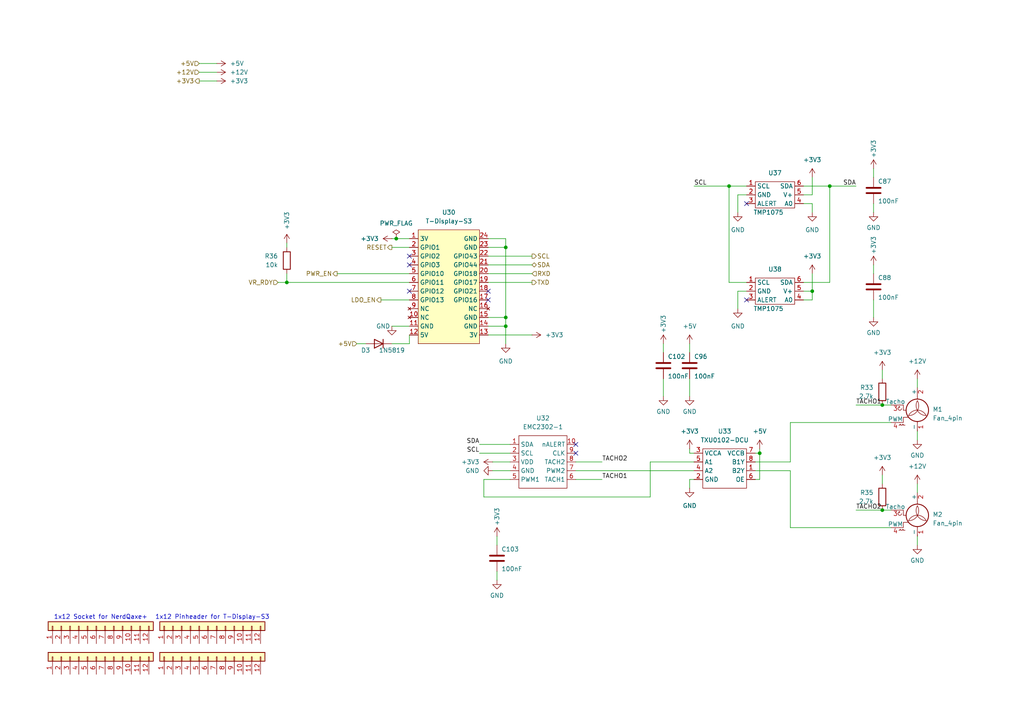
<source format=kicad_sch>
(kicad_sch (version 20250114) (generator "eeschema") (generator_version "9.0")
  (paper "A4")
  (lib_symbols
    (symbol "+3V3_1" (power) (pin_numbers (hide yes)) (pin_names (offset 0) (hide yes))
      (property "Value" "+3V3" (at 0 3.556 0))
      (symbol "+3V3_1_0_1"
        (polyline (pts (xy -0.762 1.27) (xy 0 2.54)))
        (polyline (pts (xy 0 2.54) (xy 0.762 1.27)))
        (polyline (pts (xy 0 0) (xy 0 2.54)))
      )
      (symbol "+3V3_1_1_1"
        (pin power_in line (at 0 0 90) (length 0) (name "~") (number "1"))
      )
    )
    (symbol "+3V3_3" (power) (pin_numbers (hide yes)) (pin_names (offset 0) (hide yes))
      (property "Value" "+3V3" (at 0 3.556 0))
      (symbol "+3V3_3_0_1"
        (polyline (pts (xy -0.762 1.27) (xy 0 2.54)))
        (polyline (pts (xy 0 2.54) (xy 0.762 1.27)))
        (polyline (pts (xy 0 0) (xy 0 2.54)))
      )
      (symbol "+3V3_3_1_1"
        (pin power_in line (at 0 0 90) (length 0) (name "~") (number "1"))
      )
    )
    (symbol "+3V3_4" (power) (pin_numbers (hide yes)) (pin_names (offset 0) (hide yes))
      (property "Value" "+3V3" (at 0 3.556 0))
      (symbol "+3V3_4_0_1"
        (polyline (pts (xy -0.762 1.27) (xy 0 2.54)))
        (polyline (pts (xy 0 2.54) (xy 0.762 1.27)))
        (polyline (pts (xy 0 0) (xy 0 2.54)))
      )
      (symbol "+3V3_4_1_1"
        (pin power_in line (at 0 0 90) (length 0) (name "~") (number "1"))
      )
    )
    (symbol "+5V_1" (power) (pin_numbers (hide yes)) (pin_names (offset 0) (hide yes))
      (property "Value" "+5V" (at 0 3.556 0))
      (symbol "+5V_1_0_1"
        (polyline (pts (xy -0.762 1.27) (xy 0 2.54)))
        (polyline (pts (xy 0 2.54) (xy 0.762 1.27)))
        (polyline (pts (xy 0 0) (xy 0 2.54)))
      )
      (symbol "+5V_1_1_1"
        (pin power_in line (at 0 0 90) (length 0) (name "~") (number "1"))
      )
    )
    (symbol "Connector_Generic:Conn_01x12" (pin_names (offset 1.016) (hide yes))
      (property "Reference" "J" (at 0 15.24 0))
      (property "Value" "Conn_01x12" (at 0 -17.78 0))
      (symbol "Conn_01x12_1_1"
        (rectangle (start -1.27 13.97) (end 1.27 -16.51) (stroke (width 0.254)) (fill (type background)))
        (rectangle (start -1.27 12.827) (end 0 12.573) (stroke (width 0.1524)))
        (rectangle (start -1.27 10.287) (end 0 10.033) (stroke (width 0.1524)))
        (rectangle (start -1.27 7.747) (end 0 7.493) (stroke (width 0.1524)))
        (rectangle (start -1.27 5.207) (end 0 4.953) (stroke (width 0.1524)))
        (rectangle (start -1.27 2.667) (end 0 2.413) (stroke (width 0.1524)))
        (rectangle (start -1.27 0.127) (end 0 -0.127) (stroke (width 0.1524)))
        (rectangle (start -1.27 -2.413) (end 0 -2.667) (stroke (width 0.1524)))
        (rectangle (start -1.27 -4.953) (end 0 -5.207) (stroke (width 0.1524)))
        (rectangle (start -1.27 -7.493) (end 0 -7.747) (stroke (width 0.1524)))
        (rectangle (start -1.27 -10.033) (end 0 -10.287) (stroke (width 0.1524)))
        (rectangle (start -1.27 -12.573) (end 0 -12.827) (stroke (width 0.1524)))
        (rectangle (start -1.27 -15.113) (end 0 -15.367) (stroke (width 0.1524)))
        (pin passive line (at -5.08 12.7 0) (length 3.81) (name "Pin_1") (number "1"))
        (pin passive line (at -5.08 10.16 0) (length 3.81) (name "Pin_2") (number "2"))
        (pin passive line (at -5.08 7.62 0) (length 3.81) (name "Pin_3") (number "3"))
        (pin passive line (at -5.08 5.08 0) (length 3.81) (name "Pin_4") (number "4"))
        (pin passive line (at -5.08 2.54 0) (length 3.81) (name "Pin_5") (number "5"))
        (pin passive line (at -5.08 0 0) (length 3.81) (name "Pin_6") (number "6"))
        (pin passive line (at -5.08 -2.54 0) (length 3.81) (name "Pin_7") (number "7"))
        (pin passive line (at -5.08 -5.08 0) (length 3.81) (name "Pin_8") (number "8"))
        (pin passive line (at -5.08 -7.62 0) (length 3.81) (name "Pin_9") (number "9"))
        (pin passive line (at -5.08 -10.16 0) (length 3.81) (name "Pin_10") (number "10"))
        (pin passive line (at -5.08 -12.7 0) (length 3.81) (name "Pin_11") (number "11"))
        (pin passive line (at -5.08 -15.24 0) (length 3.81) (name "Pin_12") (number "12"))
      )
    )
    (symbol "Device:C" (pin_numbers (hide yes)) (pin_names (offset 0.254))
      (property "Reference" "C" (at 0.635 2.54 0))
      (property "Value" "C" (at 0.635 -2.54 0))
      (symbol "C_0_1"
        (polyline (pts (xy -2.032 0.762) (xy 2.032 0.762)) (stroke (width 0.508)))
        (polyline (pts (xy -2.032 -0.762) (xy 2.032 -0.762)) (stroke (width 0.508)))
      )
      (symbol "C_1_1"
        (pin passive line (at 0 3.81 270) (length 2.794) (name "~") (number "1"))
        (pin passive line (at 0 -3.81 90) (length 2.794) (name "~") (number "2"))
      )
    )
    (symbol "Device:R" (pin_numbers (hide yes)) (pin_names (offset 0))
      (property "Reference" "R" (at 2.032 0 90))
      (property "Value" "R" (at 0 0 90))
      (symbol "R_0_1"
        (rectangle (start -1.016 -2.54) (end 1.016 2.54) (stroke (width 0.254)))
      )
      (symbol "R_1_1"
        (pin passive line (at 0 3.81 270) (length 1.27) (name "~") (number "1"))
        (pin passive line (at 0 -3.81 90) (length 1.27) (name "~") (number "2"))
      )
    )
    (symbol "Diode:US1D" (pin_numbers (hide yes)) (pin_names (hide yes))
      (property "Reference" "D" (at 0 2.54 0))
      (property "Value" "US1D" (at 0 -2.54 0))
      (symbol "US1D_0_1"
        (polyline (pts (xy -1.27 1.27) (xy -1.27 -1.27)) (stroke (width 0.254)))
        (polyline (pts (xy 1.27 1.27) (xy 1.27 -1.27) (xy -1.27 0) (xy 1.27 1.27)) (stroke (width 0.254)))
        (polyline (pts (xy 1.27 0) (xy -1.27 0)))
      )
      (symbol "US1D_1_1"
        (pin passive line (at -3.81 0 0) (length 2.54) (name "K") (number "1"))
        (pin passive line (at 3.81 0 180) (length 2.54) (name "A") (number "2"))
      )
    )
    (symbol "GND_1" (power) (pin_names (offset 0))
      (property "Value" "GND_1" (at 0 -3.81 0))
      (symbol "GND_1_0_1"
        (polyline (pts (xy 0 0) (xy 0 -1.27) (xy 1.27 -1.27) (xy 0 -2.54) (xy -1.27 -1.27) (xy 0 -1.27)))
      )
      (symbol "GND_1_1_1"
        (pin power_in line (at 0 0 270) (length 0) (hide yes) (name "GND") (number "1"))
      )
    )
    (symbol "GND_2" (power) (pin_numbers (hide yes)) (pin_names (offset 0) (hide yes))
      (property "Value" "GND" (at 0 -3.81 0))
      (symbol "GND_2_0_1"
        (polyline (pts (xy 0 0) (xy 0 -1.27) (xy 1.27 -1.27) (xy 0 -2.54) (xy -1.27 -1.27) (xy 0 -1.27)))
      )
      (symbol "GND_2_1_1"
        (pin power_in line (at 0 0 270) (length 0) (name "~") (number "1"))
      )
    )
    (symbol "GND_3" (power) (pin_numbers (hide yes)) (pin_names (offset 0) (hide yes))
      (property "Value" "GND" (at 0 -3.81 0))
      (symbol "GND_3_0_1"
        (polyline (pts (xy 0 0) (xy 0 -1.27) (xy 1.27 -1.27) (xy 0 -2.54) (xy -1.27 -1.27) (xy 0 -1.27)))
      )
      (symbol "GND_3_1_1"
        (pin power_in line (at 0 0 270) (length 0) (name "~") (number "1"))
      )
    )
    (symbol "GND_4" (power) (pin_numbers (hide yes)) (pin_names (offset 0) (hide yes))
      (property "Value" "GND" (at 0 -3.81 0))
      (symbol "GND_4_0_1"
        (polyline (pts (xy 0 0) (xy 0 -1.27) (xy 1.27 -1.27) (xy 0 -2.54) (xy -1.27 -1.27) (xy 0 -1.27)))
      )
      (symbol "GND_4_1_1"
        (pin power_in line (at 0 0 270) (length 0) (name "~") (number "1"))
      )
    )
    (symbol "GND_5" (power) (pin_numbers (hide yes)) (pin_names (offset 0) (hide yes))
      (property "Value" "GND" (at 0 -3.81 0))
      (symbol "GND_5_0_1"
        (polyline (pts (xy 0 0) (xy 0 -1.27) (xy 1.27 -1.27) (xy 0 -2.54) (xy -1.27 -1.27) (xy 0 -1.27)))
      )
      (symbol "GND_5_1_1"
        (pin power_in line (at 0 0 270) (length 0) (name "~") (number "1"))
      )
    )
    (symbol "Motor:Fan_4pin" (pin_names (offset 0))
      (property "Reference" "M" (at 2.54 5.08 0))
      (property "Value" "Fan_4pin" (at 2.54 -2.54 0))
      (symbol "Fan_4pin_0_0"
        (polyline (pts (xy -5.08 2.032) (xy -5.334 2.159)))
        (polyline (pts (xy -5.08 2.032) (xy -5.207 1.778)))
        (arc (start -4.572 1.524) (mid -5.08 1.0182) (end -5.588 1.524))
        (arc (start -5.588 1.524) (mid -5.4392 1.8832) (end -5.08 2.032))
        (polyline (pts (xy -4.064 2.54) (xy -4.064 1.016) (xy -3.302 1.016)))
      )
      (symbol "Fan_4pin_0_1"
        (polyline (pts (xy -5.334 -3.302) (xy -5.08 -3.302) (xy -5.08 -3.048) (xy -4.826 -3.048) (xy -4.826 -3.302) (xy -4.318 -3.302) (xy -4.318 -3.048) (xy -4.064 -3.048) (xy -4.064 -3.302) (xy -3.556 -3.302)))
        (polyline (pts (xy -4.064 2.54) (xy -5.08 2.54)))
        (polyline (pts (xy -2.54 -1.016) (xy -4.064 -1.016) (xy -4.064 -2.54) (xy -5.08 -2.54)))
        (arc (start 0 3.81) (mid -0.0015 0.9048) (end -2.54 -0.508))
        (polyline (pts (xy 0 4.572) (xy 0 5.08)))
        (polyline (pts (xy 0 4.2672) (xy 0 4.6228)))
        (circle (center 0 1.016) (radius 3.2512) (stroke (width 0.254)))
        (arc (start -2.54 -0.508) (mid 0 1.0618) (end 2.54 -0.508))
        (polyline (pts (xy 0 -2.2352) (xy 0 -2.6416)))
        (polyline (pts (xy 0 -5.08) (xy 0 -4.572)))
        (arc (start 2.54 -0.508) (mid 0.047 0.9315) (end 0 3.81))
      )
      (symbol "Fan_4pin_1_1"
        (pin passive line (at -7.62 2.54 0) (length 2.54) (name "Tacho") (number "3"))
        (pin input line (at -7.62 -2.54 0) (length 2.54) (name "PWM") (number "4"))
        (pin passive line (at 0 7.62 270) (length 2.54) (name "+") (number "2"))
        (pin passive line (at 0 -5.08 90) (length 2.54) (name "-") (number "1"))
      )
    )
    (symbol "bitaxe:T-Display-S3"
      (property "Reference" "U" (at -21.59 -1.27 0))
      (property "Value" "T-Display-S3" (at -11.43 -36.83 0))
      (symbol "T-Display-S3_1_0"
        (pin power_in line (at -25.4 -5.08 0) (length 2.54) (name "3V") (number "1"))
        (pin bidirectional line (at -25.4 -7.62 0) (length 2.54) (name "GPIO1") (number "2"))
        (pin bidirectional line (at -25.4 -10.16 0) (length 2.54) (name "GPIO2") (number "3"))
        (pin bidirectional line (at -25.4 -12.7 0) (length 2.54) (name "GPIO3") (number "4"))
        (pin bidirectional line (at -25.4 -15.24 0) (length 2.54) (name "GPIO10") (number "5"))
        (pin input line (at -25.4 -17.78 0) (length 2.54) (name "GPIO11") (number "6"))
        (pin bidirectional line (at -25.4 -20.32 0) (length 2.54) (name "GPIO12") (number "7"))
        (pin bidirectional line (at -25.4 -22.86 0) (length 2.54) (name "GPIO13") (number "8"))
        (pin no_connect line (at -25.4 -25.4 0) (length 2.54) (name "NC") (number "9"))
        (pin no_connect line (at -25.4 -27.94 0) (length 2.54) (name "NC") (number "10"))
        (pin power_in line (at -25.4 -30.48 0) (length 2.54) (name "GND") (number "11"))
        (pin power_in line (at -25.4 -33.02 0) (length 2.54) (name "5V") (number "12"))
        (pin bidirectional line (at -2.54 -15.24 180) (length 2.54) (name "GPIO18") (number "20"))
        (pin bidirectional line (at -2.54 -17.78 180) (length 2.54) (name "GPIO17") (number "19"))
        (pin bidirectional line (at -2.54 -20.32 180) (length 2.54) (name "GPIO21") (number "18"))
        (pin bidirectional line (at -2.54 -22.86 180) (length 2.54) (name "GPIO16") (number "17"))
        (pin no_connect line (at -2.54 -25.4 180) (length 2.54) (name "NC") (number "16"))
        (pin power_in line (at -2.54 -27.94 180) (length 2.54) (name "GND") (number "15"))
        (pin power_in line (at -2.54 -30.48 180) (length 2.54) (name "GND") (number "14"))
        (pin power_in line (at -2.54 -33.02 180) (length 2.54) (name "3V") (number "13"))
      )
      (symbol "T-Display-S3_1_1"
        (rectangle (start -22.86 -2.54) (end -5.08 -35.56) (fill (type background)))
        (pin power_in line (at -2.54 -5.08 180) (length 2.54) (name "GND") (number "24"))
        (pin power_in line (at -2.54 -7.62 180) (length 2.54) (name "GND") (number "23"))
        (pin bidirectional line (at -2.54 -10.16 180) (length 2.54) (name "GPIO43") (number "22"))
        (pin bidirectional line (at -2.54 -12.7 180) (length 2.54) (name "GPIO44") (number "21"))
      )
    )
    (symbol "mylib7:EMC2302"
      (property "Reference" "U11" (at -1.905 16.891 0))
      (property "Value" "EMC2302-1" (at -1.905 14.5796 0))
      (symbol "EMC2302_0_0"
        (pin open_collector line (at -11.43 10.16 0) (length 2.54) (name "SDA") (number "1"))
        (pin open_collector line (at -11.43 7.62 0) (length 2.54) (name "SCL") (number "2"))
        (pin power_in line (at -11.43 5.08 0) (length 2.54) (name "VDD") (number "3"))
        (pin power_in line (at -11.43 2.54 0) (length 2.54) (name "GND") (number "4"))
      )
      (symbol "EMC2302_0_1"
        (rectangle (start -8.89 12.7) (end 5.08 -2.54))
      )
      (symbol "EMC2302_1_0"
        (pin output line (at -11.43 0 0) (length 2.54) (name "PWM1") (number "5"))
        (pin open_collector line (at 7.62 10.16 180) (length 2.54) (name "nALERT") (number "10"))
        (pin input line (at 7.62 7.62 180) (length 2.54) (name "CLK") (number "9"))
        (pin input line (at 7.62 5.08 180) (length 2.54) (name "TACH2") (number "8"))
        (pin output line (at 7.62 2.54 180) (length 2.54) (name "PWM2") (number "7"))
        (pin input line (at 7.62 0 180) (length 2.54) (name "TACH1") (number "6"))
      )
    )
    (symbol "mylib7:TMP1075-DRL-SOT563"
      (property "Reference" "U" (at -5.08 5.08 0))
      (symbol "TMP1075-DRL-SOT563_0_1"
        (rectangle (start -6.35 3.81) (end 5.08 -3.81))
      )
      (symbol "TMP1075-DRL-SOT563_1_1"
        (pin open_collector line (at -8.89 2.54 0) (length 2.54) (name "SCL") (number "1"))
        (pin power_in line (at -8.89 0 0) (length 2.54) (name "GND") (number "2"))
        (pin open_collector line (at -8.89 -2.54 0) (length 2.54) (name "ALERT") (number "3"))
        (pin open_collector line (at 7.62 2.54 180) (length 2.54) (name "SDA") (number "6"))
        (pin power_in line (at 7.62 0 180) (length 2.54) (name "V+") (number "5"))
        (pin input line (at 7.62 -2.54 180) (length 2.54) (name "A0") (number "4"))
      )
    )
    (symbol "mylib7:TXU0102DCK"
      (property "Reference" "U" (at -5.08 5.08 0))
      (property "Value" "TXU0101-DCU" (at -1.27 -9.144 0))
      (symbol "TXU0102DCK_0_1"
        (rectangle (start -6.35 3.81) (end 6.35 -7.62))
      )
      (symbol "TXU0102DCK_1_1"
        (pin power_in line (at -8.89 2.54 0) (length 2.54) (name "VCCA") (number "3"))
        (pin input line (at -8.89 0 0) (length 2.54) (name "A1") (number "5"))
        (pin input line (at -8.89 -2.54 0) (length 2.54) (name "A2") (number "4"))
        (pin power_in line (at -8.89 -5.08 0) (length 2.54) (name "GND") (number "2"))
        (pin power_in line (at 8.89 2.54 180) (length 2.54) (name "VCCB") (number "7"))
        (pin output line (at 8.89 0 180) (length 2.54) (name "B1Y") (number "8"))
        (pin output line (at 8.89 -2.54 180) (length 2.54) (name "B2Y") (number "1"))
        (pin input line (at 8.89 -5.08 180) (length 2.54) (name "OE") (number "6"))
      )
    )
    (symbol "power:+12V" (power) (pin_names (offset 0))
      (property "Value" "+12V" (at 0 3.556 0))
      (symbol "+12V_0_1"
        (polyline (pts (xy -0.762 1.27) (xy 0 2.54)))
        (polyline (pts (xy 0 2.54) (xy 0.762 1.27)))
        (polyline (pts (xy 0 0) (xy 0 2.54)))
      )
      (symbol "+12V_1_1"
        (pin power_in line (at 0 0 90) (length 0) (hide yes) (name "+12V") (number "1"))
      )
    )
    (symbol "power:+3V3" (power) (pin_names (offset 0))
      (property "Value" "+3V3" (at 0 3.556 0))
      (symbol "+3V3_0_1"
        (polyline (pts (xy -0.762 1.27) (xy 0 2.54)))
        (polyline (pts (xy 0 2.54) (xy 0.762 1.27)))
        (polyline (pts (xy 0 0) (xy 0 2.54)))
      )
      (symbol "+3V3_1_1"
        (pin power_in line (at 0 0 90) (length 0) (hide yes) (name "+3V3") (number "1"))
      )
    )
    (symbol "power:+5V" (power) (pin_names (offset 0))
      (property "Value" "+5V" (at 0 3.556 0))
      (symbol "+5V_0_1"
        (polyline (pts (xy -0.762 1.27) (xy 0 2.54)))
        (polyline (pts (xy 0 2.54) (xy 0.762 1.27)))
        (polyline (pts (xy 0 0) (xy 0 2.54)))
      )
      (symbol "+5V_1_1"
        (pin power_in line (at 0 0 90) (length 0) (hide yes) (name "+5V") (number "1"))
      )
    )
    (symbol "power:GND" (power) (pin_names (offset 0))
      (property "Value" "GND" (at 0 -3.81 0))
      (symbol "GND_0_1"
        (polyline (pts (xy 0 0) (xy 0 -1.27) (xy 1.27 -1.27) (xy 0 -2.54) (xy -1.27 -1.27) (xy 0 -1.27)))
      )
      (symbol "GND_1_1"
        (pin power_in line (at 0 0 270) (length 0) (hide yes) (name "GND") (number "1"))
      )
    )
    (symbol "power:PWR_FLAG" (power) (pin_numbers (hide yes)) (pin_names (offset 0) (hide yes))
      (property "Value" "PWR_FLAG" (at 0 3.81 0))
      (symbol "PWR_FLAG_0_0"
        (pin power_out line (at 0 0 90) (length 0) (name "~") (number "1"))
      )
      (symbol "PWR_FLAG_0_1"
        (polyline (pts (xy 0 0) (xy 0 1.27) (xy -1.016 1.905) (xy 0 2.54) (xy 1.016 1.905) (xy 0 1.27)))
      )
    )
  )
  (text "1x12 Socket for NerdQaxe+" (at 29.21 179.07 0) (effects (font (size 1.27 1.27))))
  (text "1x12 Pinheader for T-Display-S3" (at 61.595 179.07 0) (effects (font (size 1.27 1.27))))
  (junction (at 220.345 131.445))
  (junction (at 114.935 69.215))
  (junction (at 146.685 92.075))
  (junction (at 146.685 94.615))
  (junction (at 255.905 147.955))
  (junction (at 211.455 53.975))
  (junction (at 235.585 84.455))
  (junction (at 240.665 53.975))
  (junction (at 146.685 71.755))
  (junction (at 255.905 117.475))
  (junction (at 83.185 81.915))
  (no_connect (at 216.535 86.995))
  (no_connect (at 167.005 128.905))
  (no_connect (at 141.605 84.455))
  (no_connect (at 118.745 74.295))
  (no_connect (at 118.745 84.455))
  (no_connect (at 167.005 131.445))
  (no_connect (at 141.605 86.995))
  (no_connect (at 118.745 76.835))
  (no_connect (at 216.535 59.055))
  (wire (pts (xy 139.065 131.445) (xy 147.955 131.445)))
  (wire (pts (xy 167.005 133.985) (xy 174.625 133.985)))
  (wire (pts (xy 253.365 59.055) (xy 253.365 61.595)))
  (wire (pts (xy 141.605 69.215) (xy 146.685 69.215)))
  (wire (pts (xy 200.025 139.065) (xy 201.295 139.065)))
  (wire (pts (xy 229.235 136.525) (xy 219.075 136.525)))
  (wire (pts (xy 211.455 81.915) (xy 216.535 81.915)))
  (wire (pts (xy 141.605 74.295) (xy 154.305 74.295)))
  (wire (pts (xy 253.365 86.995) (xy 253.365 92.075)))
  (wire (pts (xy 141.605 81.915) (xy 154.305 81.915)))
  (wire (pts (xy 235.585 61.595) (xy 235.585 59.055)))
  (wire (pts (xy 255.905 117.475) (xy 258.445 117.475)))
  (wire (pts (xy 97.79 79.375) (xy 118.745 79.375)))
  (wire (pts (xy 220.345 130.175) (xy 220.345 131.445)))
  (wire (pts (xy 167.005 136.525) (xy 201.295 136.525)))
  (wire (pts (xy 220.345 131.445) (xy 219.075 131.445)))
  (wire (pts (xy 113.665 69.215) (xy 114.935 69.215)))
  (wire (pts (xy 167.005 139.065) (xy 174.625 139.065)))
  (wire (pts (xy 113.665 99.695) (xy 118.745 99.695)))
  (wire (pts (xy 144.145 155.575) (xy 144.145 158.115)))
  (wire (pts (xy 140.335 144.145) (xy 140.335 139.065)))
  (wire (pts (xy 255.905 137.795) (xy 255.905 140.335)))
  (wire (pts (xy 253.365 48.895) (xy 253.365 51.435)))
  (wire (pts (xy 233.045 84.455) (xy 235.585 84.455)))
  (wire (pts (xy 141.605 94.615) (xy 146.685 94.615)))
  (wire (pts (xy 211.455 53.975) (xy 211.455 81.915)))
  (wire (pts (xy 57.785 23.495) (xy 62.865 23.495)))
  (wire (pts (xy 83.185 79.375) (xy 83.185 81.915)))
  (wire (pts (xy 233.045 56.515) (xy 235.585 56.515)))
  (wire (pts (xy 219.075 139.065) (xy 220.345 139.065)))
  (wire (pts (xy 139.065 128.905) (xy 147.955 128.905)))
  (wire (pts (xy 200.025 141.605) (xy 200.025 139.065)))
  (wire (pts (xy 266.065 140.335) (xy 266.065 142.875)))
  (wire (pts (xy 201.295 53.975) (xy 211.455 53.975)))
  (wire (pts (xy 200.025 131.445) (xy 201.295 131.445)))
  (wire (pts (xy 113.665 71.755) (xy 118.745 71.755)))
  (wire (pts (xy 200.025 109.855) (xy 200.025 114.935)))
  (wire (pts (xy 266.065 125.095) (xy 266.065 127.635)))
  (wire (pts (xy 235.585 79.375) (xy 235.585 84.455)))
  (wire (pts (xy 141.605 92.075) (xy 146.685 92.075)))
  (wire (pts (xy 233.045 86.995) (xy 235.585 86.995)))
  (wire (pts (xy 188.595 133.985) (xy 188.595 144.145)))
  (wire (pts (xy 141.605 76.835) (xy 154.305 76.835)))
  (wire (pts (xy 57.785 20.955) (xy 62.865 20.955)))
  (wire (pts (xy 229.235 153.035) (xy 229.235 136.525)))
  (wire (pts (xy 110.49 86.995) (xy 118.745 86.995)))
  (wire (pts (xy 240.665 53.975) (xy 240.665 81.915)))
  (wire (pts (xy 229.235 122.555) (xy 229.235 133.985)))
  (wire (pts (xy 146.685 69.215) (xy 146.685 71.755)))
  (wire (pts (xy 255.905 107.315) (xy 255.905 109.855)))
  (wire (pts (xy 103.505 99.695) (xy 106.045 99.695)))
  (wire (pts (xy 201.295 133.985) (xy 188.595 133.985)))
  (wire (pts (xy 248.285 147.955) (xy 255.905 147.955)))
  (wire (pts (xy 229.235 122.555) (xy 258.445 122.555)))
  (wire (pts (xy 229.235 153.035) (xy 258.445 153.035)))
  (wire (pts (xy 216.535 84.455) (xy 213.995 84.455)))
  (wire (pts (xy 144.145 165.735) (xy 144.145 168.275)))
  (wire (pts (xy 80.645 81.915) (xy 83.185 81.915)))
  (wire (pts (xy 211.455 53.975) (xy 216.535 53.975)))
  (wire (pts (xy 220.345 139.065) (xy 220.345 131.445)))
  (wire (pts (xy 141.605 79.375) (xy 154.305 79.375)))
  (wire (pts (xy 141.605 97.155) (xy 154.305 97.155)))
  (wire (pts (xy 188.595 144.145) (xy 140.335 144.145)))
  (wire (pts (xy 146.685 92.075) (xy 146.685 94.615)))
  (wire (pts (xy 57.785 18.415) (xy 62.865 18.415)))
  (wire (pts (xy 146.685 71.755) (xy 146.685 92.075)))
  (wire (pts (xy 213.995 84.455) (xy 213.995 89.535)))
  (wire (pts (xy 114.935 69.215) (xy 118.745 69.215)))
  (wire (pts (xy 118.745 99.695) (xy 118.745 97.155)))
  (wire (pts (xy 240.665 53.975) (xy 248.285 53.975)))
  (wire (pts (xy 200.025 130.175) (xy 200.025 131.445)))
  (wire (pts (xy 213.995 56.515) (xy 213.995 61.595)))
  (wire (pts (xy 266.065 155.575) (xy 266.065 158.115)))
  (wire (pts (xy 255.905 147.955) (xy 258.445 147.955)))
  (wire (pts (xy 192.405 99.695) (xy 192.405 102.235)))
  (wire (pts (xy 146.685 94.615) (xy 146.685 99.695)))
  (wire (pts (xy 235.585 84.455) (xy 235.585 86.995)))
  (wire (pts (xy 233.045 53.975) (xy 240.665 53.975)))
  (wire (pts (xy 253.365 76.835) (xy 253.365 79.375)))
  (wire (pts (xy 233.045 59.055) (xy 235.585 59.055)))
  (wire (pts (xy 118.745 94.615) (xy 113.665 94.615)))
  (wire (pts (xy 142.875 133.985) (xy 147.955 133.985)))
  (wire (pts (xy 140.335 139.065) (xy 147.955 139.065)))
  (wire (pts (xy 142.875 136.525) (xy 147.955 136.525)))
  (wire (pts (xy 235.585 56.515) (xy 235.585 51.435)))
  (wire (pts (xy 192.405 109.855) (xy 192.405 114.935)))
  (wire (pts (xy 141.605 71.755) (xy 146.685 71.755)))
  (wire (pts (xy 216.535 56.515) (xy 213.995 56.515)))
  (wire (pts (xy 83.185 81.915) (xy 118.745 81.915)))
  (wire (pts (xy 200.025 99.695) (xy 200.025 102.235)))
  (wire (pts (xy 248.285 117.475) (xy 255.905 117.475)))
  (wire (pts (xy 229.235 133.985) (xy 219.075 133.985)))
  (wire (pts (xy 83.185 70.485) (xy 83.185 71.755)))
  (wire (pts (xy 266.065 109.855) (xy 266.065 112.395)))
  (wire (pts (xy 233.045 81.915) (xy 240.665 81.915)))
  (label "SCL" (at 201.295 53.975 0))
  (label "SDA" (at 248.285 53.975 180))
  (label "SDA" (at 139.065 128.905 180))
  (label "SCL" (at 139.065 131.445 180))
  (label "TACHO1" (at 174.625 139.065 0))
  (label "TACHO2" (at 174.625 133.985 0))
  (label "TACHO2" (at 248.285 147.955 0))
  (label "TACHO1" (at 248.285 117.475 0))
  (hierarchical_label "SDA" (shape bidirectional) (at 154.305 76.835 0))
  (hierarchical_label "+5V" (shape input) (at 57.785 18.415 180))
  (hierarchical_label "PWR_EN" (shape output) (at 97.79 79.375 180))
  (hierarchical_label "RXD" (shape input) (at 154.305 79.375 0))
  (hierarchical_label "+5V" (shape input) (at 103.505 99.695 180))
  (hierarchical_label "+3V3" (shape output) (at 57.785 23.495 180))
  (hierarchical_label "SCL" (shape output) (at 154.305 74.295 0))
  (hierarchical_label "RESET" (shape output) (at 113.665 71.755 180))
  (hierarchical_label "+12V" (shape input) (at 57.785 20.955 180))
  (hierarchical_label "TXD" (shape output) (at 154.305 81.915 0))
  (hierarchical_label "LDO_EN" (shape output) (at 110.49 86.995 180))
  (hierarchical_label "VR_RDY" (shape input) (at 80.645 81.915 180))
  (symbol (lib_id "power:+12V") (at 62.865 20.955 270) (unit 1)
    (property "Reference" "#PWR0178" (effects (hide yes)))
    (property "Value" "+12V" (at 66.675 20.955 90) (effects (justify left)))
  )
  (symbol (lib_id "power:GND") (at 144.145 168.275 0) (mirror y) (unit 1)
    (property "Reference" "#PWR0169" (effects (hide yes)))
    (property "Value" "GND" (at 144.145 172.72 0))
  )
  (symbol (lib_id "Device:C") (at 253.365 83.185 0) (unit 1)
    (property "Reference" "C88" (at 254.635 81.28 0) (effects (justify left bottom)))
    (property "Value" "100nF" (at 254.635 86.995 0) (effects (justify left bottom)))
    (property "Footprint" "Capacitor_SMD:C_0402_1005Metric" (effects (hide yes)))
    (property "PARTNO" "CC0402KRX7R7BB104" (effects (hide yes)))
    (property "Manufacturer " "YAGEO" (effects (hide yes)))
    (property "LCSC" "C60474" (effects (hide yes)))
  )
  (symbol (lib_id "Motor:Fan_4pin") (at 266.065 150.495 0) (unit 1)
    (property "Reference" "M2" (at 270.51 149.225 0) (effects (justify left)))
    (property "Value" "Fan_4pin" (at 270.51 151.765 0) (effects (justify left)))
    (property "Footprint" "Connector:FanPinHeader_1x04_P2.54mm_Vertical" (effects (hide yes)))
    (property "Distributor" "D" (effects (hide yes)))
    (property "OrderNr" "WM4330-ND" (effects (hide yes)))
    (property "PARTNO" "0470531000" (effects (hide yes)))
  )
  (symbol (lib_name "+5V_1") (lib_id "power:+5V") (at 220.345 130.175 0) (unit 1)
    (property "Reference" "#PWR0203" (effects (hide yes)))
    (property "Value" "+5V" (at 220.345 125.095 0))
    (property "Description" "Power symbol creates a global label with name \"+5V\"" (effects (hide yes)))
  )
  (symbol (lib_id "mylib7:TMP1075-DRL-SOT563") (at 225.425 56.515 0) (unit 1)
    (property "Reference" "U37" (at 224.79 50.165 0))
    (property "Value" "TMP1075" (at 222.885 61.595 0))
    (property "Footprint" "myfootprints:TMP1075-DRL" (effects (hide yes)))
    (property "Distributor" "D" (effects (hide yes)))
    (property "OrderNr" "296-TMP1075NDRLRCT-ND" (effects (hide yes)))
    (property "PARTNO" "TMP1075NDRLR" (effects (hide yes)))
    (property "Manufacturer " "	 Texas Instruments" (effects (hide yes)))
  )
  (symbol (lib_id "power:+3V3") (at 62.865 23.495 270) (unit 1)
    (property "Reference" "#PWR0179" (effects (hide yes)))
    (property "Value" "+3V3" (at 66.675 23.495 90) (effects (justify left)))
  )
  (symbol (lib_id "power:+3V3") (at 235.585 79.375 0) (unit 1)
    (property "Reference" "#PWR0206" (effects (hide yes)))
    (property "Value" "+3V3" (at 235.585 74.295 0))
  )
  (symbol (lib_id "Device:C") (at 253.365 55.245 0) (unit 1)
    (property "Reference" "C87" (at 254.635 53.34 0) (effects (justify left bottom)))
    (property "Value" "100nF" (at 254.635 59.055 0) (effects (justify left bottom)))
    (property "Footprint" "Capacitor_SMD:C_0402_1005Metric" (effects (hide yes)))
    (property "PARTNO" "CC0402KRX7R7BB104" (effects (hide yes)))
    (property "Manufacturer " "YAGEO" (effects (hide yes)))
    (property "LCSC" "C60474" (effects (hide yes)))
  )
  (symbol (lib_id "Device:C") (at 192.405 106.045 0) (unit 1)
    (property "Reference" "C102" (at 193.675 104.14 0) (effects (justify left bottom)))
    (property "Value" "100nF" (at 193.675 109.855 0) (effects (justify left bottom)))
    (property "Footprint" "Capacitor_SMD:C_0402_1005Metric" (effects (hide yes)))
    (property "PARTNO" "CC0402KRX7R7BB104" (effects (hide yes)))
    (property "Manufacturer " "YAGEO" (effects (hide yes)))
    (property "LCSC" "C60474" (effects (hide yes)))
  )
  (symbol (lib_id "power:GND") (at 200.025 114.935 0) (mirror y) (unit 1)
    (property "Reference" "#PWR0174" (effects (hide yes)))
    (property "Value" "GND" (at 200.025 119.38 0))
  )
  (symbol (lib_id "Device:R") (at 255.905 113.665 0) (mirror y) (unit 1)
    (property "Reference" "R33" (at 253.365 112.395 0) (effects (justify left)))
    (property "Value" "2.7k" (at 253.365 114.935 0) (effects (justify left)))
    (property "Footprint" "Resistor_SMD:R_0402_1005Metric" (effects (hide yes)))
    (property "Manufacturer " "YAGEO" (effects (hide yes)))
    (property "LCSC" "C138017" (effects (hide yes)))
    (property "PARTNO" "RC0402FR-072K7L" (effects (hide yes)))
  )
  (symbol (lib_name "GND_5") (lib_id "power:GND") (at 200.025 141.605 0) (unit 1)
    (property "Reference" "#PWR0197" (effects (hide yes)))
    (property "Value" "GND" (at 200.025 146.685 0))
    (property "Description" "Power symbol creates a global label with name \"GND\" , ground" (effects (hide yes)))
  )
  (symbol (lib_name "GND_2") (lib_id "power:GND") (at 113.665 94.615 0) (unit 1)
    (property "Reference" "#PWR0180" (effects (hide yes)))
    (property "Value" "GND" (at 111.125 94.615 0))
    (property "Description" "Power symbol creates a global label with name \"GND\" , ground" (effects (hide yes)))
  )
  (symbol (lib_id "power:+5V") (at 62.865 18.415 270) (unit 1)
    (property "Reference" "#PWR0175" (effects (hide yes)))
    (property "Value" "+5V" (at 66.675 18.415 90) (effects (justify left)))
  )
  (symbol (lib_name "+3V3_1") (lib_id "power:+3V3") (at 83.185 70.485 0) (unit 1)
    (property "Reference" "#PWR0176" (effects (hide yes)))
    (property "Value" "+3V3" (at 83.1849 66.675 90) (effects (justify left)))
    (property "Description" "Power symbol creates a global label with name \"+3V3\"" (effects (hide yes)))
  )
  (symbol (lib_id "power:+3V3") (at 255.905 107.315 0) (unit 1)
    (property "Reference" "#PWR0211" (effects (hide yes)))
    (property "Value" "+3V3" (at 255.905 102.235 0))
  )
  (symbol (lib_id "mylib7:TMP1075-DRL-SOT563") (at 225.425 84.455 0) (unit 1)
    (property "Reference" "U38" (at 224.79 78.105 0))
    (property "Value" "TMP1075" (at 222.885 89.535 0))
    (property "Footprint" "myfootprints:TMP1075-DRL" (effects (hide yes)))
    (property "Distributor" "D" (effects (hide yes)))
    (property "OrderNr" "296-TMP1075NDRLRCT-ND" (effects (hide yes)))
    (property "PARTNO" "TMP1075NDRLR" (effects (hide yes)))
    (property "Manufacturer " "	 Texas Instruments" (effects (hide yes)))
  )
  (symbol (lib_id "bitaxe:T-Display-S3") (at 144.145 64.135 0) (unit 1)
    (property "Reference" "U30" (at 130.175 61.595 0))
    (property "Value" "T-Display-S3" (at 130.175 64.135 0))
    (property "Footprint" "myfootprints:T-Display-S3" (effects (hide yes)))
    (property "Distributor" "X" (effects (hide yes)))
  )
  (symbol (lib_id "power:PWR_FLAG") (at 114.935 69.215 0) (unit 1)
    (property "Reference" "#FLG05" (effects (hide yes)))
    (property "Value" "PWR_FLAG" (at 114.935 64.77 0))
    (property "Description" "Special symbol for telling ERC where power comes from" (effects (hide yes)))
  )
  (symbol (lib_name "+3V3_1") (lib_id "power:+3V3") (at 154.305 97.155 270) (unit 1)
    (property "Reference" "#PWR0185" (effects (hide yes)))
    (property "Value" "+3V3" (at 158.115 97.1549 90) (effects (justify left)))
    (property "Description" "Power symbol creates a global label with name \"+3V3\"" (effects (hide yes)))
  )
  (symbol (lib_id "Connector_Generic:Conn_01x12") (at 27.94 190.5 90) (unit 1) (on_board no)
    (property "Reference" "J6" (effects (hide yes)))
    (property "Value" "Conn_01x12-Socket" (effects (hide yes)))
    (property "Description" "Generic connector, single row, 01x12, script generated (kicad-library-utils/schlib/autogen/connector/)" (effects (hide yes)))
    (property "Distributor" "D" (effects (hide yes)))
    (property "OrderNr" "732-61301211821-ND" (effects (hide yes)))
    (property "PARTNO" "61301211821" (effects (hide yes)))
  )
  (symbol (lib_id "mylib7:EMC2302") (at 159.385 139.065 0) (unit 1)
    (property "Reference" "U32" (at 157.48 121.285 0))
    (property "Value" "EMC2302-1" (at 157.48 123.825 0))
    (property "Footprint" "Package_SO:MSOP-10_3x3mm_P0.5mm" (effects (hide yes)))
    (property "Field7" "Microchip" (effects (hide yes)))
    (property "Distributor" "D" (effects (hide yes)))
    (property "OrderNr" "EMC2302-1-AIZL-CT-ND" (effects (hide yes)))
    (property "PARTNO" "EMC2302-1-AIZL-TR" (effects (hide yes)))
    (property "Manufacturer " "Microchip Tech" (effects (hide yes)))
  )
  (symbol (lib_id "Connector_Generic:Conn_01x12") (at 60.325 190.5 90) (unit 1) (on_board no)
    (property "Reference" "J8" (effects (hide yes)))
    (property "Value" "Conn_01x12-Header" (effects (hide yes)))
    (property "Description" "Generic connector, single row, 01x12, script generated (kicad-library-utils/schlib/autogen/connector/)" (effects (hide yes)))
    (property "Distributor" "D" (effects (hide yes)))
    (property "OrderNr" "2057-PH1-12-UA-ND" (effects (hide yes)))
  )
  (symbol (lib_id "Connector_Generic:Conn_01x12") (at 27.94 181.61 90) (unit 1) (on_board no)
    (property "Reference" "J5" (effects (hide yes)))
    (property "Value" "Conn_01x12-Socket" (effects (hide yes)))
    (property "Description" "Generic connector, single row, 01x12, script generated (kicad-library-utils/schlib/autogen/connector/)" (effects (hide yes)))
    (property "Distributor" "D" (effects (hide yes)))
    (property "OrderNr" "732-61301211821-ND" (effects (hide yes)))
    (property "PARTNO" "61301211821" (effects (hide yes)))
  )
  (symbol (lib_name "+3V3_3") (lib_id "power:+3V3") (at 200.025 130.175 0) (unit 1)
    (property "Reference" "#PWR0196" (effects (hide yes)))
    (property "Value" "+3V3" (at 200.025 125.095 0))
    (property "Description" "Power symbol creates a global label with name \"+3V3\"" (effects (hide yes)))
  )
  (symbol (lib_name "+3V3_1") (lib_id "power:+3V3") (at 113.665 69.215 90) (unit 1)
    (property "Reference" "#PWR04001" (effects (hide yes)))
    (property "Value" "+3V3" (at 109.855 69.2151 90) (effects (justify left)))
    (property "Description" "Power symbol creates a global label with name \"+3V3\"" (effects (hide yes)))
  )
  (symbol (lib_id "power:+3V3") (at 253.365 76.835 0) (mirror y) (unit 1)
    (property "Reference" "#PWR0209" (effects (hide yes)))
    (property "Value" "+3V3" (at 253.365 71.12 90))
  )
  (symbol (lib_id "power:+3V3") (at 144.145 155.575 0) (mirror y) (unit 1)
    (property "Reference" "#PWR083" (effects (hide yes)))
    (property "Value" "+3V3" (at 144.145 149.86 90))
  )
  (symbol (lib_name "GND_4") (lib_id "power:GND") (at 142.875 136.525 270) (unit 1)
    (property "Reference" "#PWR0183" (effects (hide yes)))
    (property "Value" "GND" (at 139.065 136.5249 90) (effects (justify right)))
    (property "Description" "Power symbol creates a global label with name \"GND\" , ground" (effects (hide yes)))
  )
  (symbol (lib_id "power:GND") (at 266.065 127.635 0) (unit 1)
    (property "Reference" "#PWR0214" (effects (hide yes)))
    (property "Value" "GND" (at 266.065 132.08 0))
  )
  (symbol (lib_id "Device:R") (at 83.185 75.565 0) (mirror y) (unit 1)
    (property "Reference" "R36" (at 80.645 74.295 0) (effects (justify left)))
    (property "Value" "10k" (at 80.645 76.835 0) (effects (justify left)))
    (property "Footprint" "Resistor_SMD:R_0402_1005Metric" (effects (hide yes)))
    (property "PARTNO" "RC0402DR-0710KL" (effects (hide yes)))
    (property "Manufacturer " "YAGEO" (effects (hide yes)))
    (property "LCSC" "C471764" (effects (hide yes)))
  )
  (symbol (lib_id "power:+3V3") (at 235.585 51.435 0) (unit 1)
    (property "Reference" "#PWR0204" (effects (hide yes)))
    (property "Value" "+3V3" (at 235.585 46.355 0))
  )
  (symbol (lib_id "power:+3V3") (at 255.905 137.795 0) (unit 1)
    (property "Reference" "#PWR0212" (effects (hide yes)))
    (property "Value" "+3V3" (at 255.905 132.715 0))
  )
  (symbol (lib_id "Motor:Fan_4pin") (at 266.065 120.015 0) (unit 1)
    (property "Reference" "M1" (at 270.51 118.745 0) (effects (justify left)))
    (property "Value" "Fan_4pin" (at 270.51 121.285 0) (effects (justify left)))
    (property "Footprint" "Connector:FanPinHeader_1x04_P2.54mm_Vertical" (effects (hide yes)))
    (property "Distributor" "D" (effects (hide yes)))
    (property "OrderNr" "WM4330-ND" (effects (hide yes)))
    (property "PARTNO" "0470531000" (effects (hide yes)))
  )
  (symbol (lib_id "power:GND") (at 253.365 92.075 0) (mirror y) (unit 1)
    (property "Reference" "#PWR0210" (effects (hide yes)))
    (property "Value" "GND" (at 253.365 96.52 0))
  )
  (symbol (lib_id "power:+3V3") (at 192.405 99.695 0) (mirror y) (unit 1)
    (property "Reference" "#PWR011" (effects (hide yes)))
    (property "Value" "+3V3" (at 192.405 93.98 90))
  )
  (symbol (lib_id "Device:C") (at 144.145 161.925 0) (unit 1)
    (property "Reference" "C103" (at 145.415 160.02 0) (effects (justify left bottom)))
    (property "Value" "100nF" (at 145.415 165.735 0) (effects (justify left bottom)))
    (property "Footprint" "Capacitor_SMD:C_0402_1005Metric" (effects (hide yes)))
    (property "PARTNO" "CC0402KRX7R7BB104" (effects (hide yes)))
    (property "Manufacturer " "YAGEO" (effects (hide yes)))
    (property "LCSC" "C60474" (effects (hide yes)))
  )
  (symbol (lib_name "GND_3") (lib_id "power:GND") (at 146.685 99.695 0) (unit 1)
    (property "Reference" "#PWR0184" (effects (hide yes)))
    (property "Value" "GND" (at 146.685 104.775 0))
    (property "Description" "Power symbol creates a global label with name \"GND\" , ground" (effects (hide yes)))
  )
  (symbol (lib_id "power:GND") (at 253.365 61.595 0) (mirror y) (unit 1)
    (property "Reference" "#PWR0208" (effects (hide yes)))
    (property "Value" "GND" (at 253.365 66.04 0))
  )
  (symbol (lib_id "Diode:US1D") (at 109.855 99.695 180) (unit 1)
    (property "Reference" "D3" (at 106.045 101.6 0))
    (property "Value" "1N5819" (at 113.665 101.6 0))
    (property "Footprint" "Diode_SMD:D_SOD-123" (effects (hide yes)))
    (property "Sim.Device" "D" (effects (hide yes)))
    (property "Sim.Pins" "1=K 2=A" (effects (hide yes)))
    (property "Distributor" "D" (effects (hide yes)))
    (property "OrderNr" "31-1N5819HWQ-7-FCT-ND" (effects (hide yes)))
    (property "PARTNO" "1N5819HWQ-7-F" (effects (hide yes)))
    (property "Manufacturer " "Diodes Incorporated" (effects (hide yes)))
  )
  (symbol (lib_id "power:+5V") (at 200.025 99.695 0) (unit 1)
    (property "Reference" "#PWR0170" (effects (hide yes)))
    (property "Value" "+5V" (at 200.025 94.615 0))
  )
  (symbol (lib_name "GND_1") (lib_id "power:GND") (at 235.585 61.595 0) (unit 1)
    (property "Reference" "#PWR0205" (effects (hide yes)))
    (property "Value" "GND" (at 235.585 66.675 0))
  )
  (symbol (lib_id "power:+12V") (at 266.065 109.855 0) (unit 1)
    (property "Reference" "#PWR0213" (effects (hide yes)))
    (property "Value" "+12V" (at 266.065 104.775 0))
  )
  (symbol (lib_name "+3V3_4") (lib_id "power:+3V3") (at 142.875 133.985 90) (unit 1)
    (property "Reference" "#PWR0182" (effects (hide yes)))
    (property "Value" "+3V3" (at 139.065 133.9849 90) (effects (justify left)))
    (property "Description" "Power symbol creates a global label with name \"+3V3\"" (effects (hide yes)))
  )
  (symbol (lib_id "mylib7:TXU0102DCK") (at 210.185 133.985 0) (unit 1)
    (property "Reference" "U33" (at 210.185 125.095 0))
    (property "Value" "TXU0102-DCU" (at 210.185 127.635 0))
    (property "Footprint" "Package_SO:VSSOP-8_2.3x2mm_P0.5mm" (effects (hide yes)))
    (property "Distributor" "D" (effects (hide yes)))
    (property "OrderNr" "296-TXU0102DCURCT-ND" (effects (hide yes)))
    (property "PARTNO" "TXU0102DCUR" (effects (hide yes)))
    (property "Manufacturer " "Texas Instruments" (effects (hide yes)))
  )
  (symbol (lib_name "GND_1") (lib_id "power:GND") (at 213.995 89.535 0) (unit 1)
    (property "Reference" "#PWR0201" (effects (hide yes)))
    (property "Value" "GND" (at 213.995 94.615 0))
  )
  (symbol (lib_name "GND_1") (lib_id "power:GND") (at 213.995 61.595 0) (unit 1)
    (property "Reference" "#PWR0200" (effects (hide yes)))
    (property "Value" "GND" (at 213.995 66.675 0))
  )
  (symbol (lib_id "power:+3V3") (at 253.365 48.895 0) (mirror y) (unit 1)
    (property "Reference" "#PWR0207" (effects (hide yes)))
    (property "Value" "+3V3" (at 253.365 43.18 90))
  )
  (symbol (lib_id "Device:R") (at 255.905 144.145 0) (mirror y) (unit 1)
    (property "Reference" "R35" (at 253.365 142.875 0) (effects (justify left)))
    (property "Value" "2.7k" (at 253.365 145.415 0) (effects (justify left)))
    (property "Footprint" "Resistor_SMD:R_0402_1005Metric" (effects (hide yes)))
    (property "Manufacturer " "YAGEO" (effects (hide yes)))
    (property "LCSC" "C138017" (effects (hide yes)))
    (property "PARTNO" "RC0402FR-072K7L" (effects (hide yes)))
  )
  (symbol (lib_id "power:GND") (at 266.065 158.115 0) (unit 1)
    (property "Reference" "#PWR0216" (effects (hide yes)))
    (property "Value" "GND" (at 266.065 162.56 0))
  )
  (symbol (lib_id "power:+12V") (at 266.065 140.335 0) (unit 1)
    (property "Reference" "#PWR0215" (effects (hide yes)))
    (property "Value" "+12V" (at 266.065 135.255 0))
  )
  (symbol (lib_id "Device:C") (at 200.025 106.045 0) (unit 1)
    (property "Reference" "C96" (at 201.295 104.14 0) (effects (justify left bottom)))
    (property "Value" "100nF" (at 201.295 109.855 0) (effects (justify left bottom)))
    (property "Footprint" "Capacitor_SMD:C_0402_1005Metric" (effects (hide yes)))
    (property "PARTNO" "CC0402KRX7R7BB104" (effects (hide yes)))
    (property "Manufacturer " "YAGEO" (effects (hide yes)))
    (property "LCSC" "C60474" (effects (hide yes)))
  )
  (symbol (lib_id "Connector_Generic:Conn_01x12") (at 60.325 181.61 90) (unit 1) (on_board no)
    (property "Reference" "J7" (effects (hide yes)))
    (property "Value" "Conn_01x12-Header" (effects (hide yes)))
    (property "Description" "Generic connector, single row, 01x12, script generated (kicad-library-utils/schlib/autogen/connector/)" (effects (hide yes)))
    (property "Distributor" "D" (effects (hide yes)))
    (property "OrderNr" "2057-PH1-12-UA-ND" (effects (hide yes)))
  )
  (symbol (lib_id "power:GND") (at 192.405 114.935 0) (mirror y) (unit 1)
    (property "Reference" "#PWR082" (effects (hide yes)))
    (property "Value" "GND" (at 192.405 119.38 0))
  )
)
</source>
